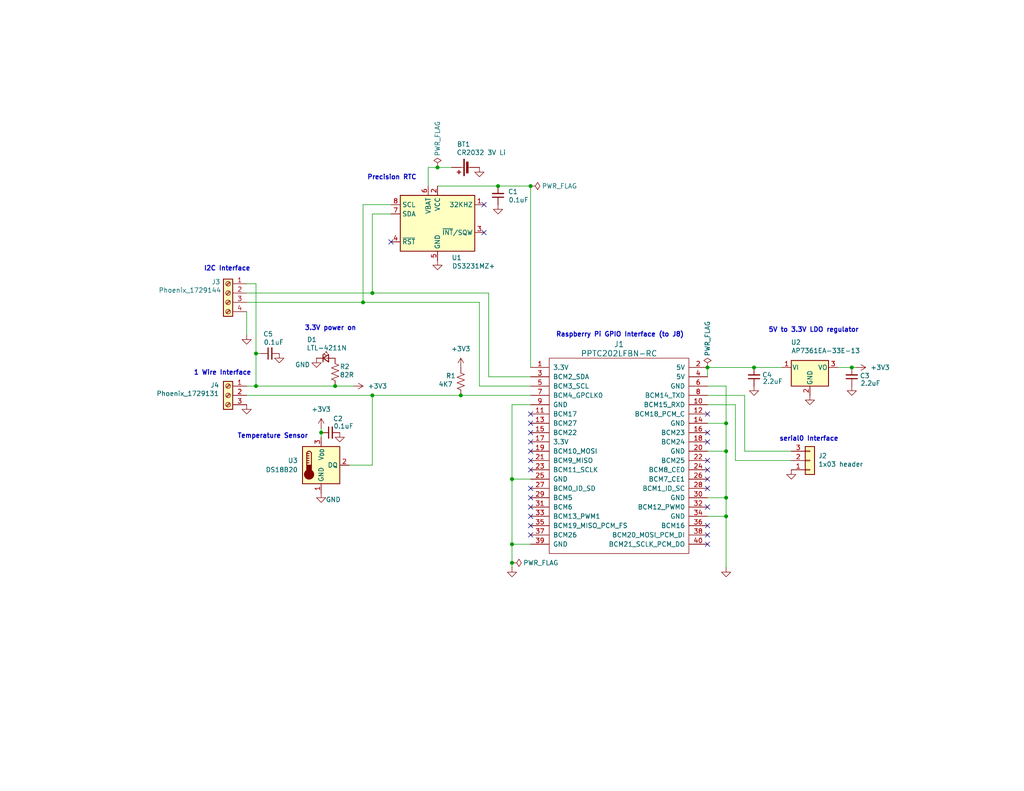
<source format=kicad_sch>
(kicad_sch (version 20231120) (generator "eeschema") (generator_version "8.0")
  (paper "A")
  (title_block (title "Raspberry Pi RTC / Interface Board") (date "2024-07-20") (rev "V1.0") (company "(c) 2024 Paul Chernikhowsky") (comment 1 "Uses RPi_HAT template from https://github.com/devbisme/RPi_Hat_Template"))
  (lib_symbols
    (symbol "Connector:Screw_Terminal_01x03" (pin_names (offset 1.016) hide)
      (property "Reference" "J" (at 0 5.08 0))
      (property "Value" "Screw_Terminal_01x03" (at 0 -5.08 0))
      (symbol "Screw_Terminal_01x03_1_1"
        (rectangle (start -1.27 3.81) (end 1.27 -3.81) (stroke (width 0.254)) (fill (type background)))
        (circle (center 0 -2.54) (radius 0.635) (stroke (width 0.1524)))
        (polyline (pts (xy -0.5334 -2.2098) (xy 0.3302 -3.048)) (stroke (width 0.1524)))
        (polyline (pts (xy -0.5334 0.3302) (xy 0.3302 -0.508)) (stroke (width 0.1524)))
        (polyline (pts (xy -0.5334 2.8702) (xy 0.3302 2.032)) (stroke (width 0.1524)))
        (polyline (pts (xy -0.3556 -2.032) (xy 0.508 -2.8702)) (stroke (width 0.1524)))
        (polyline (pts (xy -0.3556 0.508) (xy 0.508 -0.3302)) (stroke (width 0.1524)))
        (polyline (pts (xy -0.3556 3.048) (xy 0.508 2.2098)) (stroke (width 0.1524)))
        (circle (center 0 0) (radius 0.635) (stroke (width 0.1524)))
        (circle (center 0 2.54) (radius 0.635) (stroke (width 0.1524)))
        (pin passive line (at -5.08 2.54 0) (length 3.81) (name "Pin_1") (number "1"))
        (pin passive line (at -5.08 0 0) (length 3.81) (name "Pin_2") (number "2"))
        (pin passive line (at -5.08 -2.54 0) (length 3.81) (name "Pin_3") (number "3"))
      )
    )
    (symbol "Connector:Screw_Terminal_01x04" (pin_names (offset 1.016) hide)
      (property "Reference" "J" (at 0 5.08 0))
      (property "Value" "Screw_Terminal_01x04" (at 0 -7.62 0))
      (symbol "Screw_Terminal_01x04_1_1"
        (rectangle (start -1.27 3.81) (end 1.27 -6.35) (stroke (width 0.254)) (fill (type background)))
        (circle (center 0 -5.08) (radius 0.635) (stroke (width 0.1524)))
        (circle (center 0 -2.54) (radius 0.635) (stroke (width 0.1524)))
        (polyline (pts (xy -0.5334 -4.7498) (xy 0.3302 -5.588)) (stroke (width 0.1524)))
        (polyline (pts (xy -0.5334 -2.2098) (xy 0.3302 -3.048)) (stroke (width 0.1524)))
        (polyline (pts (xy -0.5334 0.3302) (xy 0.3302 -0.508)) (stroke (width 0.1524)))
        (polyline (pts (xy -0.5334 2.8702) (xy 0.3302 2.032)) (stroke (width 0.1524)))
        (polyline (pts (xy -0.3556 -4.572) (xy 0.508 -5.4102)) (stroke (width 0.1524)))
        (polyline (pts (xy -0.3556 -2.032) (xy 0.508 -2.8702)) (stroke (width 0.1524)))
        (polyline (pts (xy -0.3556 0.508) (xy 0.508 -0.3302)) (stroke (width 0.1524)))
        (polyline (pts (xy -0.3556 3.048) (xy 0.508 2.2098)) (stroke (width 0.1524)))
        (circle (center 0 0) (radius 0.635) (stroke (width 0.1524)))
        (circle (center 0 2.54) (radius 0.635) (stroke (width 0.1524)))
        (pin passive line (at -5.08 2.54 0) (length 3.81) (name "Pin_1") (number "1"))
        (pin passive line (at -5.08 0 0) (length 3.81) (name "Pin_2") (number "2"))
        (pin passive line (at -5.08 -2.54 0) (length 3.81) (name "Pin_3") (number "3"))
        (pin passive line (at -5.08 -5.08 0) (length 3.81) (name "Pin_4") (number "4"))
      )
    )
    (symbol "Connector_Generic:Conn_01x03" (pin_names (offset 1.016) hide)
      (property "Reference" "J" (at 0 5.08 0))
      (property "Value" "Conn_01x03" (at 0 -5.08 0))
      (symbol "Conn_01x03_1_1"
        (rectangle (start -1.27 -2.413) (end 0 -2.667) (stroke (width 0.1524)))
        (rectangle (start -1.27 0.127) (end 0 -0.127) (stroke (width 0.1524)))
        (rectangle (start -1.27 2.667) (end 0 2.413) (stroke (width 0.1524)))
        (rectangle (start -1.27 3.81) (end 1.27 -3.81) (stroke (width 0.254)) (fill (type background)))
        (pin passive line (at -5.08 2.54 0) (length 3.81) (name "Pin_1") (number "1"))
        (pin passive line (at -5.08 0 0) (length 3.81) (name "Pin_2") (number "2"))
        (pin passive line (at -5.08 -2.54 0) (length 3.81) (name "Pin_3") (number "3"))
      )
    )
    (symbol "Device:Battery_Cell" (pin_numbers hide) (pin_names (offset 0) hide)
      (property "Reference" "BT" (at 2.54 2.54 0))
      (property "Value" "Battery_Cell" (at 2.54 0 0))
      (symbol "Battery_Cell_0_1"
        (rectangle (start -2.286 1.778) (end 2.286 1.524) (fill (type outline)))
        (rectangle (start -1.524 1.016) (end 1.524 0.508) (fill (type outline)))
        (polyline (pts (xy 0 0.762) (xy 0 0)))
        (polyline (pts (xy 0 1.778) (xy 0 2.54)))
        (polyline (pts (xy 0.762 3.048) (xy 1.778 3.048)) (stroke (width 0.254)))
        (polyline (pts (xy 1.27 3.556) (xy 1.27 2.54)) (stroke (width 0.254)))
      )
      (symbol "Battery_Cell_1_1"
        (pin passive line (at 0 5.08 270) (length 2.54) (name "+") (number "1"))
        (pin passive line (at 0 -2.54 90) (length 2.54) (name "-") (number "2"))
      )
    )
    (symbol "Device:C_Small" (pin_numbers hide) (pin_names (offset 0.254) hide)
      (property "Reference" "C" (at 0.254 1.778 0))
      (property "Value" "C_Small" (at 0.254 -2.032 0))
      (symbol "C_Small_0_1"
        (polyline (pts (xy -1.524 -0.508) (xy 1.524 -0.508)) (stroke (width 0.3302)))
        (polyline (pts (xy -1.524 0.508) (xy 1.524 0.508)) (stroke (width 0.3048)))
      )
      (symbol "C_Small_1_1"
        (pin passive line (at 0 2.54 270) (length 2.032) (name "~") (number "1"))
        (pin passive line (at 0 -2.54 90) (length 2.032) (name "~") (number "2"))
      )
    )
    (symbol "Device:LED_Small" (pin_numbers hide) (pin_names (offset 0.254) hide)
      (property "Reference" "D" (at -1.27 3.175 0))
      (property "Value" "LED_Small" (at -4.445 -2.54 0))
      (symbol "LED_Small_0_1"
        (polyline (pts (xy -0.762 -1.016) (xy -0.762 1.016)) (stroke (width 0.254)))
        (polyline (pts (xy 1.016 0) (xy -0.762 0)))
        (polyline (pts (xy 0.762 -1.016) (xy -0.762 0) (xy 0.762 1.016) (xy 0.762 -1.016)) (stroke (width 0.254)))
        (polyline (pts (xy 0 0.762) (xy -0.508 1.27) (xy -0.254 1.27) (xy -0.508 1.27) (xy -0.508 1.016)))
        (polyline (pts (xy 0.508 1.27) (xy 0 1.778) (xy 0.254 1.778) (xy 0 1.778) (xy 0 1.524)))
      )
      (symbol "LED_Small_1_1"
        (pin passive line (at -2.54 0 0) (length 1.778) (name "K") (number "1"))
        (pin passive line (at 2.54 0 180) (length 1.778) (name "A") (number "2"))
      )
    )
    (symbol "Device:R_US" (pin_numbers hide) (pin_names (offset 0))
      (property "Reference" "R" (at 2.54 0 90))
      (property "Value" "R_US" (at -2.54 0 90))
      (symbol "R_US_0_1"
        (polyline (pts (xy 0 -2.286) (xy 0 -2.54)))
        (polyline (pts (xy 0 2.286) (xy 0 2.54)))
        (polyline (pts (xy 0 -0.762) (xy 1.016 -1.143) (xy 0 -1.524) (xy -1.016 -1.905) (xy 0 -2.286)))
        (polyline (pts (xy 0 0.762) (xy 1.016 0.381) (xy 0 0) (xy -1.016 -0.381) (xy 0 -0.762)))
        (polyline (pts (xy 0 2.286) (xy 1.016 1.905) (xy 0 1.524) (xy -1.016 1.143) (xy 0 0.762)))
      )
      (symbol "R_US_1_1"
        (pin passive line (at 0 3.81 270) (length 1.27) (name "~") (number "1"))
        (pin passive line (at 0 -3.81 90) (length 1.27) (name "~") (number "2"))
      )
    )
    (symbol "RPi_Hat:RPi_GPIO" (pin_names (offset 1.016))
      (property "Reference" "J" (at 19.05 6.35 0))
      (property "Value" "RPi_GPIO" (at 19.05 3.81 0))
      (symbol "RPi_GPIO_0_1"
        (rectangle (start 0 2.54) (end 38.1 -50.8))
      )
      (symbol "RPi_GPIO_1_1"
        (pin power_in line (at -5.08 0 0) (length 5.08) (name "3.3V") (number "1"))
        (pin bidirectional line (at 43.18 -10.16 180) (length 5.08) (name "BCM15_RXD") (number "10"))
        (pin bidirectional line (at -5.08 -12.7 0) (length 5.08) (name "BCM17") (number "11"))
        (pin bidirectional line (at 43.18 -12.7 180) (length 5.08) (name "BCM18_PCM_C") (number "12"))
        (pin bidirectional line (at -5.08 -15.24 0) (length 5.08) (name "BCM27") (number "13"))
        (pin power_in line (at 43.18 -15.24 180) (length 5.08) (name "GND") (number "14"))
        (pin bidirectional line (at -5.08 -17.78 0) (length 5.08) (name "BCM22") (number "15"))
        (pin bidirectional line (at 43.18 -17.78 180) (length 5.08) (name "BCM23") (number "16"))
        (pin power_in line (at -5.08 -20.32 0) (length 5.08) (name "3.3V") (number "17"))
        (pin bidirectional line (at 43.18 -20.32 180) (length 5.08) (name "BCM24") (number "18"))
        (pin bidirectional line (at -5.08 -22.86 0) (length 5.08) (name "BCM10_MOSI") (number "19"))
        (pin power_in line (at 43.18 0 180) (length 5.08) (name "5V") (number "2"))
        (pin power_in line (at 43.18 -22.86 180) (length 5.08) (name "GND") (number "20"))
        (pin bidirectional line (at -5.08 -25.4 0) (length 5.08) (name "BCM9_MISO") (number "21"))
        (pin bidirectional line (at 43.18 -25.4 180) (length 5.08) (name "BCM25") (number "22"))
        (pin bidirectional line (at -5.08 -27.94 0) (length 5.08) (name "BCM11_SCLK") (number "23"))
        (pin bidirectional line (at 43.18 -27.94 180) (length 5.08) (name "BCM8_CE0") (number "24"))
        (pin power_in line (at -5.08 -30.48 0) (length 5.08) (name "GND") (number "25"))
        (pin bidirectional line (at 43.18 -30.48 180) (length 5.08) (name "BCM7_CE1") (number "26"))
        (pin bidirectional line (at -5.08 -33.02 0) (length 5.08) (name "BCM0_ID_SD") (number "27"))
        (pin bidirectional line (at 43.18 -33.02 180) (length 5.08) (name "BCM1_ID_SC") (number "28"))
        (pin bidirectional line (at -5.08 -35.56 0) (length 5.08) (name "BCM5") (number "29"))
        (pin bidirectional line (at -5.08 -2.54 0) (length 5.08) (name "BCM2_SDA") (number "3"))
        (pin power_in line (at 43.18 -35.56 180) (length 5.08) (name "GND") (number "30"))
        (pin bidirectional line (at -5.08 -38.1 0) (length 5.08) (name "BCM6") (number "31"))
        (pin bidirectional line (at 43.18 -38.1 180) (length 5.08) (name "BCM12_PWM0") (number "32"))
        (pin bidirectional line (at -5.08 -40.64 0) (length 5.08) (name "BCM13_PWM1") (number "33"))
        (pin power_in line (at 43.18 -40.64 180) (length 5.08) (name "GND") (number "34"))
        (pin bidirectional line (at -5.08 -43.18 0) (length 5.08) (name "BCM19_MISO_PCM_FS") (number "35"))
        (pin bidirectional line (at 43.18 -43.18 180) (length 5.08) (name "BCM16") (number "36"))
        (pin bidirectional line (at -5.08 -45.72 0) (length 5.08) (name "BCM26") (number "37"))
        (pin bidirectional line (at 43.18 -45.72 180) (length 5.08) (name "BCM20_MOSI_PCM_DI") (number "38"))
        (pin power_in line (at -5.08 -48.26 0) (length 5.08) (name "GND") (number "39"))
        (pin power_in line (at 43.18 -2.54 180) (length 5.08) (name "5V") (number "4"))
        (pin bidirectional line (at 43.18 -48.26 180) (length 5.08) (name "BCM21_SCLK_PCM_DO") (number "40"))
        (pin bidirectional line (at -5.08 -5.08 0) (length 5.08) (name "BCM3_SCL") (number "5"))
        (pin power_in line (at 43.18 -5.08 180) (length 5.08) (name "GND") (number "6"))
        (pin bidirectional line (at -5.08 -7.62 0) (length 5.08) (name "BCM4_GPCLK0") (number "7"))
        (pin bidirectional line (at 43.18 -7.62 180) (length 5.08) (name "BCM14_TXD") (number "8"))
        (pin power_in line (at -5.08 -10.16 0) (length 5.08) (name "GND") (number "9"))
      )
    )
    (symbol "Regulator_Linear:AP7361C-33E" (pin_names (offset 0.254))
      (property "Reference" "U" (at -3.81 3.175 0))
      (property "Value" "AP7361C-33E" (at 0 3.175 0))
      (symbol "AP7361C-33E_0_1"
        (rectangle (start -5.08 -5.08) (end 5.08 1.905) (stroke (width 0.254)) (fill (type background)))
      )
      (symbol "AP7361C-33E_1_1"
        (pin power_in line (at -7.62 0 0) (length 2.54) (name "VI") (number "1"))
        (pin power_in line (at 0 -7.62 90) (length 2.54) (name "GND") (number "2"))
        (pin power_out line (at 7.62 0 180) (length 2.54) (name "VO") (number "3"))
      )
    )
    (symbol "Sensor_Temperature:DS18B20"
      (property "Reference" "U" (at -3.81 6.35 0))
      (property "Value" "DS18B20" (at 6.35 6.35 0))
      (symbol "DS18B20_0_1"
        (rectangle (start -5.08 5.08) (end 5.08 -5.08) (stroke (width 0.254)) (fill (type background)))
        (circle (center -3.302 -2.54) (radius 1.27) (stroke (width 0.254)) (fill (type outline)))
        (rectangle (start -2.667 -1.905) (end -3.937 0) (stroke (width 0.254)) (fill (type outline)))
        (arc (start -2.667 3.175) (mid -3.302 3.8073) (end -3.937 3.175) (stroke (width 0.254)))
        (polyline (pts (xy -3.937 0.635) (xy -3.302 0.635)) (stroke (width 0.254)))
        (polyline (pts (xy -3.937 1.27) (xy -3.302 1.27)) (stroke (width 0.254)))
        (polyline (pts (xy -3.937 1.905) (xy -3.302 1.905)) (stroke (width 0.254)))
        (polyline (pts (xy -3.937 2.54) (xy -3.302 2.54)) (stroke (width 0.254)))
        (polyline (pts (xy -3.937 3.175) (xy -3.937 0)) (stroke (width 0.254)))
        (polyline (pts (xy -3.937 3.175) (xy -3.302 3.175)) (stroke (width 0.254)))
        (polyline (pts (xy -2.667 3.175) (xy -2.667 0)) (stroke (width 0.254)))
      )
      (symbol "DS18B20_1_1"
        (pin power_in line (at 0 -7.62 90) (length 2.54) (name "GND") (number "1"))
        (pin bidirectional line (at 7.62 0 180) (length 2.54) (name "DQ") (number "2"))
        (pin power_in line (at 0 7.62 270) (length 2.54) (name "V_{DD}") (number "3"))
      )
    )
    (symbol "Timer_RTC:DS3231MZ"
      (property "Reference" "U" (at -7.62 8.89 0))
      (property "Value" "DS3231MZ" (at 11.43 8.89 0))
      (symbol "DS3231MZ_0_1"
        (rectangle (start -10.16 7.62) (end 10.16 -7.62) (stroke (width 0.254)) (fill (type background)))
      )
      (symbol "DS3231MZ_1_1"
        (pin open_collector line (at 12.7 5.08 180) (length 2.54) (name "32KHZ") (number "1"))
        (pin power_in line (at 0 10.16 270) (length 2.54) (name "VCC") (number "2"))
        (pin open_collector line (at 12.7 -2.54 180) (length 2.54) (name "~{INT}/SQW") (number "3"))
        (pin bidirectional line (at -12.7 -5.08 0) (length 2.54) (name "~{RST}") (number "4"))
        (pin power_in line (at 0 -10.16 90) (length 2.54) (name "GND") (number "5"))
        (pin power_in line (at -2.54 10.16 270) (length 2.54) (name "VBAT") (number "6"))
        (pin bidirectional line (at -12.7 2.54 0) (length 2.54) (name "SDA") (number "7"))
        (pin input line (at -12.7 5.08 0) (length 2.54) (name "SCL") (number "8"))
      )
    )
    (symbol "power:+3V3" (power) (pin_numbers hide) (pin_names (offset 0) hide)
      (property "Value" "+3V3" (at 0 3.556 0))
      (symbol "+3V3_0_1"
        (polyline (pts (xy -0.762 1.27) (xy 0 2.54)))
        (polyline (pts (xy 0 0) (xy 0 2.54)))
        (polyline (pts (xy 0 2.54) (xy 0.762 1.27)))
      )
      (symbol "+3V3_1_1"
        (pin power_in line (at 0 0 90) (length 0) (name "~") (number "1"))
      )
    )
    (symbol "power:GND" (power) (pin_numbers hide) (pin_names (offset 0) hide)
      (property "Value" "GND" (at 0 -3.81 0))
      (symbol "GND_0_1"
        (polyline (pts (xy 0 0) (xy 0 -1.27) (xy 1.27 -1.27) (xy 0 -2.54) (xy -1.27 -1.27) (xy 0 -1.27)))
      )
      (symbol "GND_1_1"
        (pin power_in line (at 0 0 270) (length 0) (name "~") (number "1"))
      )
    )
    (symbol "power:PWR_FLAG" (power) (pin_numbers hide) (pin_names (offset 0) hide)
      (property "Value" "PWR_FLAG" (at 0 3.81 0))
      (symbol "PWR_FLAG_0_0"
        (pin power_out line (at 0 0 90) (length 0) (name "~") (number "1"))
      )
      (symbol "PWR_FLAG_0_1"
        (polyline (pts (xy 0 0) (xy 0 1.27) (xy -1.016 1.905) (xy 0 2.54) (xy 1.016 1.905) (xy 0 1.27)))
      )
    )
  )
  (junction (at 99.06 82.55))
  (junction (at 87.63 118.11))
  (junction (at 119.38 45.72))
  (junction (at 91.44 105.41))
  (junction (at 139.7 153.67))
  (junction (at 193.04 100.33))
  (junction (at 198.12 123.19))
  (junction (at 232.41 100.33))
  (junction (at 205.74 100.33))
  (junction (at 125.73 107.95))
  (junction (at 69.85 96.52))
  (junction (at 198.12 140.97))
  (junction (at 198.12 135.89))
  (junction (at 198.12 115.57))
  (junction (at 144.78 50.8))
  (junction (at 139.7 148.59))
  (junction (at 101.6 107.95))
  (junction (at 101.6 80.01))
  (junction (at 135.89 50.8))
  (junction (at 69.85 105.41))
  (junction (at 139.7 130.81))
  (no_connect (at 193.04 146.05))
  (no_connect (at 193.04 143.51))
  (no_connect (at 193.04 125.73))
  (no_connect (at 144.78 113.03))
  (no_connect (at 144.78 138.43))
  (no_connect (at 106.68 66.04))
  (no_connect (at 193.04 148.59))
  (no_connect (at 144.78 133.35))
  (no_connect (at 144.78 143.51))
  (no_connect (at 132.08 55.88))
  (no_connect (at 193.04 128.27))
  (no_connect (at 144.78 120.65))
  (no_connect (at 144.78 123.19))
  (no_connect (at 144.78 118.11))
  (no_connect (at 144.78 135.89))
  (no_connect (at 144.78 128.27))
  (no_connect (at 144.78 125.73))
  (no_connect (at 193.04 130.81))
  (no_connect (at 193.04 138.43))
  (no_connect (at 144.78 146.05))
  (no_connect (at 144.78 115.57))
  (no_connect (at 193.04 118.11))
  (no_connect (at 193.04 120.65))
  (no_connect (at 193.04 113.03))
  (no_connect (at 144.78 140.97))
  (no_connect (at 132.08 63.5))
  (no_connect (at 193.04 133.35))
  (wire (pts (xy 144.78 110.49) (xy 139.7 110.49)))
  (wire (pts (xy 144.78 50.8) (xy 144.78 100.33)))
  (wire (pts (xy 139.7 148.59) (xy 144.78 148.59)))
  (wire (pts (xy 69.85 105.41) (xy 91.44 105.41)))
  (wire (pts (xy 125.73 107.95) (xy 144.78 107.95)))
  (wire (pts (xy 130.81 105.41) (xy 144.78 105.41)))
  (wire (pts (xy 205.74 100.33) (xy 213.36 100.33)))
  (wire (pts (xy 116.84 45.72) (xy 116.84 50.8)))
  (wire (pts (xy 198.12 115.57) (xy 198.12 123.19)))
  (wire (pts (xy 193.04 115.57) (xy 198.12 115.57)))
  (wire (pts (xy 200.66 110.49) (xy 200.66 125.73)))
  (wire (pts (xy 193.04 100.33) (xy 193.04 102.87)))
  (wire (pts (xy 198.12 123.19) (xy 198.12 135.89)))
  (wire (pts (xy 193.04 135.89) (xy 198.12 135.89)))
  (wire (pts (xy 135.89 50.8) (xy 144.78 50.8)))
  (wire (pts (xy 69.85 96.52) (xy 69.85 105.41)))
  (wire (pts (xy 198.12 135.89) (xy 198.12 140.97)))
  (wire (pts (xy 67.31 80.01) (xy 101.6 80.01)))
  (wire (pts (xy 193.04 105.41) (xy 198.12 105.41)))
  (wire (pts (xy 67.31 105.41) (xy 69.85 105.41)))
  (wire (pts (xy 87.63 118.11) (xy 87.63 119.38)))
  (wire (pts (xy 106.68 58.42) (xy 101.6 58.42)))
  (wire (pts (xy 67.31 85.09) (xy 67.31 91.44)))
  (wire (pts (xy 139.7 110.49) (xy 139.7 130.81)))
  (wire (pts (xy 101.6 80.01) (xy 133.35 80.01)))
  (wire (pts (xy 139.7 130.81) (xy 139.7 148.59)))
  (wire (pts (xy 133.35 80.01) (xy 133.35 102.87)))
  (wire (pts (xy 87.63 116.84) (xy 87.63 118.11)))
  (wire (pts (xy 99.06 82.55) (xy 130.81 82.55)))
  (wire (pts (xy 95.25 127) (xy 101.6 127)))
  (wire (pts (xy 67.31 77.47) (xy 69.85 77.47)))
  (wire (pts (xy 119.38 50.8) (xy 135.89 50.8)))
  (wire (pts (xy 193.04 140.97) (xy 198.12 140.97)))
  (wire (pts (xy 198.12 140.97) (xy 198.12 154.94)))
  (wire (pts (xy 193.04 107.95) (xy 203.2 107.95)))
  (wire (pts (xy 101.6 58.42) (xy 101.6 80.01)))
  (wire (pts (xy 67.31 107.95) (xy 101.6 107.95)))
  (wire (pts (xy 193.04 123.19) (xy 198.12 123.19)))
  (wire (pts (xy 193.04 100.33) (xy 205.74 100.33)))
  (wire (pts (xy 119.38 45.72) (xy 123.19 45.72)))
  (wire (pts (xy 200.66 125.73) (xy 215.9 125.73)))
  (wire (pts (xy 203.2 123.19) (xy 215.9 123.19)))
  (wire (pts (xy 193.04 110.49) (xy 200.66 110.49)))
  (wire (pts (xy 203.2 107.95) (xy 203.2 123.19)))
  (wire (pts (xy 69.85 77.47) (xy 69.85 96.52)))
  (wire (pts (xy 91.44 105.41) (xy 96.52 105.41)))
  (wire (pts (xy 116.84 45.72) (xy 119.38 45.72)))
  (wire (pts (xy 198.12 105.41) (xy 198.12 115.57)))
  (wire (pts (xy 139.7 130.81) (xy 144.78 130.81)))
  (wire (pts (xy 139.7 148.59) (xy 139.7 153.67)))
  (wire (pts (xy 99.06 55.88) (xy 99.06 82.55)))
  (wire (pts (xy 232.41 100.33) (xy 233.68 100.33)))
  (wire (pts (xy 71.12 96.52) (xy 69.85 96.52)))
  (wire (pts (xy 144.78 102.87) (xy 133.35 102.87)))
  (wire (pts (xy 101.6 107.95) (xy 125.73 107.95)))
  (wire (pts (xy 106.68 55.88) (xy 99.06 55.88)))
  (wire (pts (xy 101.6 127) (xy 101.6 107.95)))
  (wire (pts (xy 139.7 153.67) (xy 139.7 154.94)))
  (wire (pts (xy 130.81 82.55) (xy 130.81 105.41)))
  (wire (pts (xy 67.31 82.55) (xy 99.06 82.55)))
  (wire (pts (xy 228.6 100.33) (xy 232.41 100.33)))
  (text "1 Wire Interface" (at 60.706 101.854 0) (effects (font (size 1.27 1.27) (thickness 0.254) (bold yes))))
  (text "I2C Interface" (at 61.976 73.406 0) (effects (font (size 1.27 1.27) (thickness 0.254) (bold yes))))
  (text "3.3V power on" (at 90.17 89.662 0) (effects (font (size 1.27 1.27) (thickness 0.254) (bold yes))))
  (text "5V to 3.3V LDO regulator" (at 221.996 90.17 0) (effects (font (size 1.27 1.27) (thickness 0.254) (bold yes))))
  (text "Precision RTC" (at 106.934 48.514 0) (effects (font (size 1.27 1.27) (thickness 0.254) (bold yes))))
  (text "serial0 Interface" (at 220.726 119.888 0) (effects (font (size 1.27 1.27) (thickness 0.254) (bold yes))))
  (text "Raspberry Pi GPIO Interface (to J8)" (at 169.164 91.44 0) (effects (font (size 1.27 1.27) (thickness 0.254) (bold yes))))
  (text "Temperature Sensor" (at 74.422 119.126 0) (effects (font (size 1.27 1.27) (thickness 0.254) (bold yes))))
  (symbol (lib_id "power:GND") (at 67.31 91.44 0) (unit 1)
    (property "Reference" "#PWR018" (effects (hide yes)))
    (property "Value" "GND" (effects (hide yes)))
    (property "Description" "Power symbol creates a global label with name \"GND\" , ground" (effects (hide yes)))
  )
  (symbol (lib_id "Device:R_US") (at 125.73 104.14 0) (unit 1)
    (property "Reference" "R1" (at 121.666 102.616 0) (effects (justify left)))
    (property "Value" "4K7" (at 119.634 104.902 0) (effects (justify left)))
    (property "Footprint" "Resistor_THT:R_Axial_DIN0207_L6.3mm_D2.5mm_P10.16mm_Horizontal" (effects (hide yes)))
    (property "Description" "Resistor, US symbol" (effects (hide yes)))
  )
  (symbol (lib_id "power:GND") (at 135.89 55.88 0) (unit 1)
    (property "Reference" "#PWR010" (effects (hide yes)))
    (property "Value" "GND" (effects (hide yes)))
    (property "Description" "Power symbol creates a global label with name \"GND\" , ground" (effects (hide yes)))
  )
  (symbol (lib_id "power:PWR_FLAG") (at 193.04 100.33 0) (unit 1)
    (property "Reference" "#FLG02" (effects (hide yes)))
    (property "Value" "PWR_FLAG" (at 193.04 97.282 90) (effects (justify left)))
    (property "Description" "Special symbol for telling ERC where power comes from" (effects (hide yes)))
  )
  (symbol (lib_id "power:GND") (at 130.81 45.72 0) (mirror y) (unit 1)
    (property "Reference" "#PWR09" (effects (hide yes)))
    (property "Value" "GND" (effects (hide yes)))
    (property "Description" "Power symbol creates a global label with name \"GND\" , ground" (effects (hide yes)))
  )
  (symbol (lib_id "Device:Battery_Cell") (at 128.27 45.72 90) (mirror x) (unit 1)
    (property "Reference" "BT1" (at 126.492 39.37 90))
    (property "Value" "CR2032 3V Li" (at 131.318 41.656 90))
    (property "Footprint" "Battery:BatteryHolder_Keystone_103_1x20mm" (effects (hide yes)))
    (property "Description" "Single-cell battery" (effects (hide yes)))
  )
  (symbol (lib_id "power:GND") (at 67.31 110.49 0) (unit 1)
    (property "Reference" "#PWR012" (effects (hide yes)))
    (property "Value" "GND" (effects (hide yes)))
    (property "Description" "Power symbol creates a global label with name \"GND\" , ground" (effects (hide yes)))
  )
  (symbol (lib_id "Device:R_US") (at 91.44 101.6 0) (unit 1)
    (property "Reference" "R2" (at 92.71 100.076 0) (effects (justify left)))
    (property "Value" "82R" (at 92.71 102.362 0) (effects (justify left)))
    (property "Footprint" "Resistor_THT:R_Axial_DIN0207_L6.3mm_D2.5mm_P10.16mm_Horizontal" (effects (hide yes)))
    (property "Description" "Resistor, US symbol" (effects (hide yes)))
  )
  (symbol (lib_id "power:PWR_FLAG") (at 119.38 45.72 0) (mirror y) (unit 1)
    (property "Reference" "#FLG04" (effects (hide yes)))
    (property "Value" "PWR_FLAG" (at 119.38 42.672 90) (effects (justify left)))
    (property "Description" "Special symbol for telling ERC where power comes from" (effects (hide yes)))
  )
  (symbol (lib_id "Device:LED_Small") (at 88.9 97.79 0) (unit 1)
    (property "Reference" "D1" (at 85.09 92.71 0))
    (property "Value" "LTL-4211N" (at 89.154 94.996 0))
    (property "Footprint" "LED_THT:LED_D3.0mm" (effects (hide yes)))
    (property "Description" "Light emitting diode, small symbol" (effects (hide yes)))
  )
  (symbol (lib_id "power:GND") (at 87.63 134.62 0) (unit 1)
    (property "Reference" "#PWR01" (effects (hide yes)))
    (property "Value" "GND" (at 90.932 136.398 0))
    (property "Description" "Power symbol creates a global label with name \"GND\" , ground" (effects (hide yes)))
  )
  (symbol (lib_id "power:GND") (at 92.71 118.11 0) (unit 1)
    (property "Reference" "#PWR020" (effects (hide yes)))
    (property "Value" "GND" (effects (hide yes)))
    (property "Description" "Power symbol creates a global label with name \"GND\" , ground" (effects (hide yes)))
  )
  (symbol (lib_id "Device:C_Small") (at 232.41 102.87 180) (unit 1)
    (property "Reference" "C3" (at 235.966 102.616 0))
    (property "Value" "2.2uF" (at 237.49 104.648 0))
    (property "Footprint" "Paul's_Footprints:CAPRB250W50L400T250H550" (effects (hide yes)))
    (property "Description" "Unpolarized capacitor, small symbol" (effects (hide yes)))
  )
  (symbol (lib_id "Device:C_Small") (at 135.89 53.34 180) (unit 1)
    (property "Reference" "C1" (at 139.954 52.324 0))
    (property "Value" "0.1uF" (at 141.478 54.61 0))
    (property "Footprint" "Capacitor_THT:C_Disc_D3.0mm_W1.6mm_P2.50mm" (effects (hide yes)))
    (property "Description" "Unpolarized capacitor, small symbol" (effects (hide yes)))
  )
  (symbol (lib_id "power:+3V3") (at 233.68 100.33 270) (unit 1)
    (property "Reference" "#PWR014" (effects (hide yes)))
    (property "Value" "+3V3" (at 237.49 100.3299 90) (effects (justify left)))
    (property "Description" "Power symbol creates a global label with name \"+3V3\"" (effects (hide yes)))
  )
  (symbol (lib_id "power:GND") (at 205.74 105.41 0) (unit 1)
    (property "Reference" "#PWR015" (effects (hide yes)))
    (property "Value" "GND" (effects (hide yes)))
    (property "Description" "Power symbol creates a global label with name \"GND\" , ground" (effects (hide yes)))
  )
  (symbol (lib_id "power:PWR_FLAG") (at 139.7 153.67 270) (unit 1)
    (property "Reference" "#FLG01" (effects (hide yes)))
    (property "Value" "PWR_FLAG" (at 142.748 153.67 90) (effects (justify left)))
    (property "Description" "Special symbol for telling ERC where power comes from" (effects (hide yes)))
  )
  (symbol (lib_id "Device:C_Small") (at 73.66 96.52 90) (unit 1)
    (property "Reference" "C5" (at 73.152 91.186 90))
    (property "Value" "0.1uF" (at 74.676 93.472 90))
    (property "Footprint" "Capacitor_THT:C_Disc_D3.0mm_W1.6mm_P2.50mm" (effects (hide yes)))
    (property "Description" "Unpolarized capacitor, small symbol" (effects (hide yes)))
  )
  (symbol (lib_id "RPi_Hat:RPi_GPIO") (at 149.86 100.33 0) (unit 1)
    (property "Reference" "J1" (at 168.91 93.98 0) (effects (font (size 1.524 1.524))))
    (property "Value" "PPTC202LFBN-RC" (at 168.91 96.52 0) (effects (font (size 1.524 1.524))))
    (property "Footprint" "Paul's_Footprints:RPI_PinSocket_2x20" (effects (hide yes)))
  )
  (symbol (lib_id "Regulator_Linear:AP7361C-33E") (at 220.98 100.33 0) (unit 1)
    (property "Reference" "U2" (at 217.17 93.472 0))
    (property "Value" "AP7361EA-33E-13" (at 225.298 95.758 0))
    (property "Footprint" "Package_TO_SOT_SMD:SOT-223-3_TabPin2" (effects (hide yes)))
    (property "Datasheet" "https://www.diodes.com/assets/Datasheets/AP7361C.pdf" (effects (hide yes)))
    (property "Description" "1A Low Dropout regulator, positive, 3.3V fixed output, SOT-223" (effects (hide yes)))
  )
  (symbol (lib_id "power:GND") (at 139.7 154.94 0) (unit 1)
    (property "Reference" "#PWR04" (effects (hide yes)))
    (property "Value" "GND" (effects (hide yes)))
    (property "Description" "Power symbol creates a global label with name \"GND\" , ground" (effects (hide yes)))
  )
  (symbol (lib_id "Timer_RTC:DS3231MZ") (at 119.38 60.96 0) (unit 1)
    (property "Reference" "U1" (at 125.984 70.358 0) (effects (justify right)))
    (property "Value" "DS3231MZ+" (at 135.128 72.644 0) (effects (justify right)))
    (property "Footprint" "Package_SO:SOIC-8_3.9x4.9mm_P1.27mm" (effects (hide yes)))
    (property "Datasheet" "http://datasheets.maximintegrated.com/en/ds/DS3231M.pdf" (effects (hide yes)))
    (property "Description" "±5ppm, I2C Real-Time Clock SOIC-8" (effects (hide yes)))
  )
  (symbol (lib_id "power:GND") (at 215.9 128.27 0) (unit 1)
    (property "Reference" "#PWR016" (effects (hide yes)))
    (property "Value" "GND" (effects (hide yes)))
    (property "Description" "Power symbol creates a global label with name \"GND\" , ground" (effects (hide yes)))
  )
  (symbol (lib_id "Device:C_Small") (at 90.17 118.11 90) (unit 1)
    (property "Reference" "C2" (at 92.202 114.3 90))
    (property "Value" "0.1uF" (at 93.726 116.332 90))
    (property "Footprint" "Capacitor_THT:C_Disc_D3.0mm_W1.6mm_P2.50mm" (effects (hide yes)))
    (property "Description" "Unpolarized capacitor, small symbol" (effects (hide yes)))
  )
  (symbol (lib_id "power:GND") (at 198.12 154.94 0) (unit 1)
    (property "Reference" "#PWR05" (effects (hide yes)))
    (property "Value" "GND" (effects (hide yes)))
    (property "Description" "Power symbol creates a global label with name \"GND\" , ground" (effects (hide yes)))
  )
  (symbol (lib_id "Connector:Screw_Terminal_01x04") (at 62.23 80.01 0) (mirror y) (unit 1)
    (property "Reference" "J3" (at 58.928 76.962 0))
    (property "Value" "Phoenix_1729144" (at 51.816 79.248 0))
    (property "Footprint" "TerminalBlock_Phoenix:TerminalBlock_Phoenix_MKDS-1,5-4-5.08_1x04_P5.08mm_Horizontal" (effects (hide yes)))
    (property "Description" "Generic screw terminal, single row, 01x04, script generated (kicad-library-utils/schlib/autogen/connector/)" (effects (hide yes)))
  )
  (symbol (lib_id "Connector:Screw_Terminal_01x03") (at 62.23 107.95 0) (mirror y) (unit 1)
    (property "Reference" "J4" (at 57.404 105.156 0) (effects (justify right)))
    (property "Value" "Phoenix_1729131" (at 42.672 107.442 0) (effects (justify right)))
    (property "Footprint" "TerminalBlock_Phoenix:TerminalBlock_Phoenix_MKDS-1,5-3-5.08_1x03_P5.08mm_Horizontal" (effects (hide yes)))
    (property "Description" "Generic screw terminal, single row, 01x03, script generated (kicad-library-utils/schlib/autogen/connector/)" (effects (hide yes)))
  )
  (symbol (lib_id "power:GND") (at 220.98 107.95 0) (unit 1)
    (property "Reference" "#PWR013" (effects (hide yes)))
    (property "Value" "GND" (effects (hide yes)))
    (property "Description" "Power symbol creates a global label with name \"GND\" , ground" (effects (hide yes)))
  )
  (symbol (lib_id "Sensor_Temperature:DS18B20") (at 87.63 127 0) (unit 1)
    (property "Reference" "U3" (at 81.28 125.7299 0) (effects (justify right)))
    (property "Value" "DS18B20" (at 81.28 128.2699 0) (effects (justify right)))
    (property "Footprint" "Package_TO_SOT_THT:TO-92_Inline" (effects (hide yes)))
    (property "Datasheet" "http://datasheets.maximintegrated.com/en/ds/DS18B20.pdf" (effects (hide yes)))
    (property "Description" "Programmable Resolution 1-Wire Digital Thermometer TO-92" (effects (hide yes)))
  )
  (symbol (lib_id "Device:C_Small") (at 205.74 102.87 180) (unit 1)
    (property "Reference" "C4" (at 209.296 102.362 0))
    (property "Value" "2.2uF" (at 210.82 104.14 0))
    (property "Footprint" "Paul's_Footprints:CAPRB250W50L400T250H550" (effects (hide yes)))
    (property "Description" "Unpolarized capacitor, small symbol" (effects (hide yes)))
  )
  (symbol (lib_id "power:+3V3") (at 96.52 105.41 270) (unit 1)
    (property "Reference" "#PWR02" (effects (hide yes)))
    (property "Value" "+3V3" (at 100.33 105.4099 90) (effects (justify left)))
    (property "Description" "Power symbol creates a global label with name \"+3V3\"" (effects (hide yes)))
  )
  (symbol (lib_id "power:PWR_FLAG") (at 144.78 50.8 270) (mirror x) (unit 1)
    (property "Reference" "#FLG03" (effects (hide yes)))
    (property "Value" "PWR_FLAG" (at 147.828 50.8 90) (effects (justify left)))
    (property "Description" "Special symbol for telling ERC where power comes from" (effects (hide yes)))
  )
  (symbol (lib_id "power:GND") (at 76.2 96.52 0) (unit 1)
    (property "Reference" "#PWR08" (effects (hide yes)))
    (property "Value" "GND" (effects (hide yes)))
    (property "Description" "Power symbol creates a global label with name \"GND\" , ground" (effects (hide yes)))
  )
  (symbol (lib_id "power:+3V3") (at 125.73 100.33 0) (unit 1)
    (property "Reference" "#PWR03" (effects (hide yes)))
    (property "Value" "+3V3" (at 125.73 95.25 0))
    (property "Description" "Power symbol creates a global label with name \"+3V3\"" (effects (hide yes)))
  )
  (symbol (lib_id "power:+3V3") (at 87.63 116.84 0) (unit 1)
    (property "Reference" "#PWR011" (effects (hide yes)))
    (property "Value" "+3V3" (at 87.63 111.76 0))
    (property "Description" "Power symbol creates a global label with name \"+3V3\"" (effects (hide yes)))
  )
  (symbol (lib_id "power:GND") (at 119.38 71.12 0) (unit 1)
    (property "Reference" "#PWR06" (effects (hide yes)))
    (property "Value" "GND" (effects (hide yes)))
    (property "Description" "Power symbol creates a global label with name \"GND\" , ground" (effects (hide yes)))
  )
  (symbol (lib_id "power:GND") (at 86.36 97.79 0) (unit 1)
    (property "Reference" "#PWR017" (effects (hide yes)))
    (property "Value" "GND" (at 82.55 99.568 0))
    (property "Description" "Power symbol creates a global label with name \"GND\" , ground" (effects (hide yes)))
  )
  (symbol (lib_id "Connector_Generic:Conn_01x03") (at 220.98 125.73 0) (mirror x) (unit 1)
    (property "Reference" "J2" (at 223.266 124.4599 0) (effects (justify left)))
    (property "Value" "1x03 header" (at 223.266 126.746 0) (effects (justify left)))
    (property "Footprint" "Connector_PinHeader_2.54mm:PinHeader_1x03_P2.54mm_Vertical" (effects (hide yes)))
    (property "Description" "Generic connector, single row, 01x03, script generated (kicad-library-utils/schlib/autogen/connector/)" (effects (hide yes)))
  )
  (symbol (lib_id "power:GND") (at 232.41 105.41 0) (unit 1)
    (property "Reference" "#PWR019" (effects (hide yes)))
    (property "Value" "GND" (effects (hide yes)))
    (property "Description" "Power symbol creates a global label with name \"GND\" , ground" (effects (hide yes)))
  )
)
</source>
